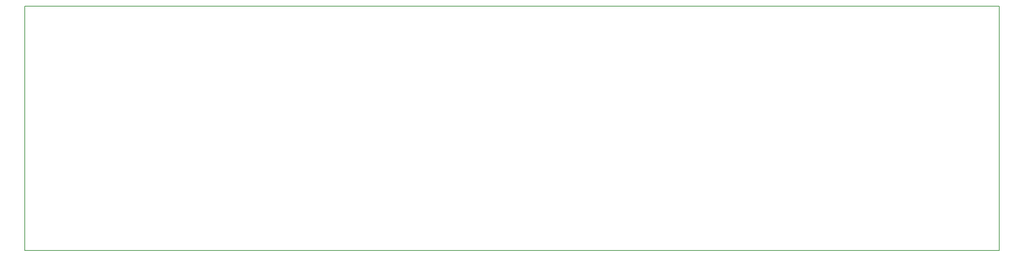
<source format=gbr>
%FSLAX34Y34*%
%MOMM*%
%LNOUTLINE*%
G71*
G01*
%ADD10C,0.140*%
%LPD*%
G54D10*
X2407600Y1250D02*
X7600Y1250D01*
X7600Y603250D01*
X2407600Y603250D01*
X2407600Y1250D01*
M02*

</source>
